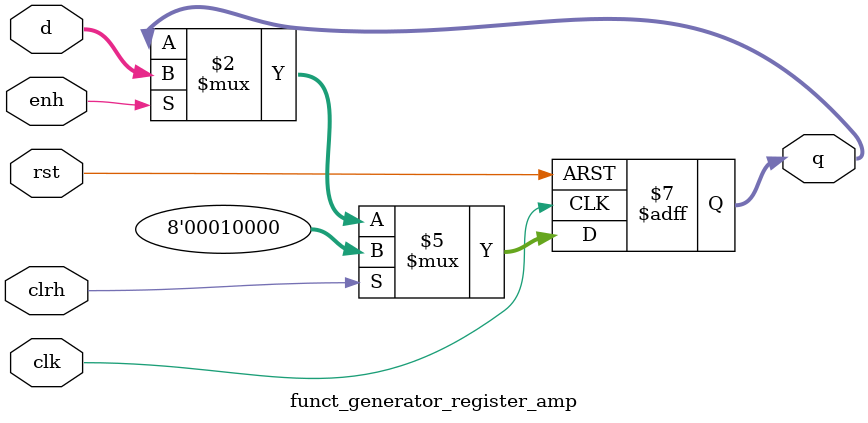
<source format=sv>
/* 
	=========================================================================================
	Module name	: funct_generator Register
	Author		: Ana Godoy
	Email			: ana.gm@circuify.com
	Filename		: funct_generator_register.sv
	Type			: SystemVerilog Module
	
	Description	: Registro de 8 bits
	-----------------------------------------------------------------------------------------
		clocks	: clk
		reset		: async posedge "rst"

	-----------------------------------------------------------------------------------------
	Version		: 1.0
	Date			: 19 Jun 2023
	-----------------------------------------------------------------------------------------
*/

module funct_generator_register_amp #(
	parameter DATA_WIDTH = 8,
	parameter RESET_VALUE= 8'h10

)(
	input  logic 			clk,
	input  logic 			rst,
	input  logic 			clrh,
	input  logic 			enh,
	input  logic [3:4-DATA_WIDTH] 	d,
	output logic [3:4-DATA_WIDTH] 	q 	
);

always_ff@(posedge clk, posedge rst) begin
	if(rst)
		q <= RESET_VALUE;
	else if(clrh)
		q <= RESET_VALUE;
	else if(enh)
		q <= d;
	
end

endmodule

</source>
